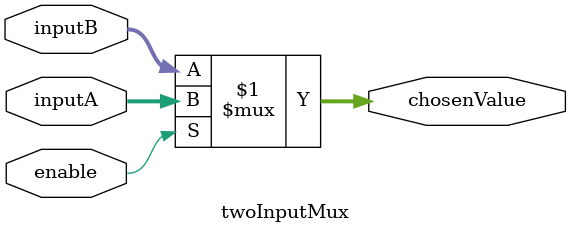
<source format=v>
`timescale 1ns / 1ps
module twoInputMux(
    input enable,
    input [15:0] inputA,
    input [15:0] inputB,
    output [15:0] chosenValue
    );

	assign chosenValue = enable? inputA:inputB;

endmodule

</source>
